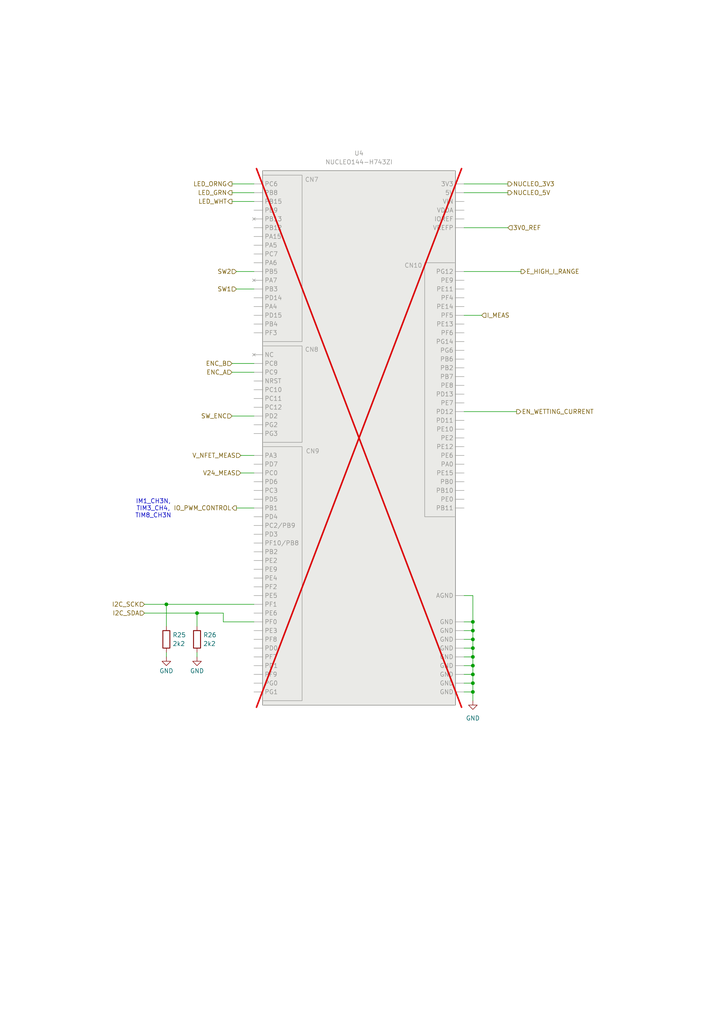
<source format=kicad_sch>
(kicad_sch (version 20231120) (generator "eeschema") (generator_version "8.0")
  (paper "A4" portrait)
  (lib_symbols
    (symbol "PCM_Resistor_AKL:R_0603" (pin_numbers hide) (pin_names (offset 0))
      (property "Reference" "R" (at 2.54 1.27 0))
      (property "Value" "R_0603" (at 2.54 -1.27 0))
      (symbol "R_0603_0_1"
        (rectangle (start -1.016 2.54) (end 1.016 -2.54) (stroke (width 0.254)))
      )
      (symbol "R_0603_0_2"
        (polyline (pts (xy -2.54 -2.54) (xy -1.524 -1.524)))
        (polyline (pts (xy 1.524 1.524) (xy 2.54 2.54)))
        (polyline (pts (xy 1.524 1.524) (xy 0.889 2.159) (xy -2.159 -0.889) (xy -0.889 -2.159) (xy 2.159 0.889) (xy 1.524 1.524)) (stroke (width 0.254)))
      )
      (symbol "R_0603_1_1"
        (pin passive line (at 0 3.81 270) (length 1.27) (name "~") (number "1"))
        (pin passive line (at 0 -3.81 90) (length 1.27) (name "~") (number "2"))
      )
      (symbol "R_0603_1_2"
        (pin passive line (at 2.54 2.54 180) (length 0) (name "") (number "1"))
        (pin passive line (at -2.54 -2.54 0) (length 0) (name "") (number "2"))
      )
    )
    (symbol "athanniss-lib:NUCLEO144-H743ZI" (pin_numbers hide)
      (property "Reference" "U" (at -27.94 80.772 0))
      (property "Value" "NUCLEO144-H743ZI" (at -9.906 78.74 0))
      (symbol "NUCLEO144-H743ZI_0_0"
        (pin power_in line (at 29.21 66.04 180) (length 2.54) (name "VDDA") (number "CN10_1"))
        (pin bidirectional line (at 29.21 33.02 180) (length 2.54) (name "PE13") (number "CN10_10"))
        (pin bidirectional line (at 29.21 30.48 180) (length 2.54) (name "PF6") (number "CN10_11"))
        (pin bidirectional line (at 29.21 27.94 180) (length 2.54) (name "PG14") (number "CN10_12"))
        (pin bidirectional line (at 29.21 25.4 180) (length 2.54) (name "PG6") (number "CN10_13"))
        (pin bidirectional line (at 29.21 22.86 180) (length 2.54) (name "PB6") (number "CN10_14"))
        (pin bidirectional line (at 29.21 20.32 180) (length 2.54) (name "РВ2") (number "CN10_15"))
        (pin bidirectional line (at 29.21 17.78 180) (length 2.54) (name "РВ7") (number "CN10_16"))
        (pin power_in line (at 29.21 -53.34 180) (length 2.54) (name "GND") (number "CN10_17"))
        (pin bidirectional line (at 29.21 15.24 180) (length 2.54) (name "PE8") (number "CN10_18"))
        (pin bidirectional line (at 29.21 12.7 180) (length 2.54) (name "PD13") (number "CN10_19"))
        (pin bidirectional line (at 29.21 48.26 180) (length 2.54) (name "PG12") (number "CN10_2"))
        (pin bidirectional line (at 29.21 10.16 180) (length 2.54) (name "PE7") (number "CN10_20"))
        (pin bidirectional line (at 29.21 7.62 180) (length 2.54) (name "PD12") (number "CN10_21"))
        (pin power_in line (at 29.21 -55.88 180) (length 2.54) (name "GND") (number "CN10_22"))
        (pin bidirectional line (at 29.21 5.08 180) (length 2.54) (name "PD11") (number "CN10_23"))
        (pin bidirectional line (at 29.21 2.54 180) (length 2.54) (name "PE10") (number "CN10_24"))
        (pin bidirectional line (at 29.21 0 180) (length 2.54) (name "РЕ2") (number "CN10_25"))
        (pin bidirectional line (at 29.21 -2.54 180) (length 2.54) (name "РЕ12") (number "CN10_26"))
        (pin power_in line (at 29.21 -58.42 180) (length 2.54) (name "GND") (number "CN10_27"))
        (pin bidirectional line (at 29.21 -5.08 180) (length 2.54) (name "PE6") (number "CN10_28"))
        (pin bidirectional line (at 29.21 -7.62 180) (length 2.54) (name "РА0") (number "CN10_29"))
        (pin power_in line (at 29.21 -45.72 180) (length 2.54) (name "AGND") (number "CN10_3"))
        (pin bidirectional line (at 29.21 -10.16 180) (length 2.54) (name "PE15") (number "CN10_30"))
        (pin bidirectional line (at 29.21 -12.7 180) (length 2.54) (name "РВ0") (number "CN10_31"))
        (pin bidirectional line (at 29.21 -15.24 180) (length 2.54) (name "PB10") (number "CN10_32"))
        (pin bidirectional line (at 29.21 -17.78 180) (length 2.54) (name "РЕ0") (number "CN10_33"))
        (pin bidirectional line (at 29.21 -20.32 180) (length 2.54) (name "PB11") (number "CN10_34"))
        (pin bidirectional line (at 29.21 45.72 180) (length 2.54) (name "PE9") (number "CN10_4"))
        (pin power_in line (at 29.21 -60.96 180) (length 2.54) (name "GND") (number "CN10_5"))
        (pin bidirectional line (at 29.21 43.18 180) (length 2.54) (name "РЕ11") (number "CN10_6"))
        (pin bidirectional line (at 29.21 40.64 180) (length 2.54) (name "PF4") (number "CN10_7"))
        (pin bidirectional line (at 29.21 38.1 180) (length 2.54) (name "PE14") (number "CN10_8"))
        (pin bidirectional line (at 29.21 35.56 180) (length 2.54) (name "PF5") (number "CN10_9"))
        (pin bidirectional line (at -31.75 73.66 0) (length 2.54) (name "PC6") (number "CN7_1"))
        (pin bidirectional line (at -31.75 55.88 0) (length 2.54) (name "PA5") (number "CN7_10"))
        (pin bidirectional line (at -31.75 53.34 0) (length 2.54) (name "PC7") (number "CN7_11"))
        (pin bidirectional line (at -31.75 50.8 0) (length 2.54) (name "PA6") (number "CN7_12"))
        (pin bidirectional line (at -31.75 48.26 0) (length 2.54) (name "PB5") (number "CN7_13"))
        (pin no_connect line (at -31.75 45.72 0) (length 2.54) (name "PA7") (number "CN7_14"))
        (pin bidirectional line (at -31.75 43.18 0) (length 2.54) (name "PB3") (number "CN7_15"))
        (pin bidirectional line (at -31.75 40.64 0) (length 2.54) (name "PD14") (number "CN7_16"))
        (pin bidirectional line (at -31.75 38.1 0) (length 2.54) (name "PA4") (number "CN7_17"))
        (pin bidirectional line (at -31.75 35.56 0) (length 2.54) (name "PD15") (number "CN7_18"))
        (pin bidirectional line (at -31.75 33.02 0) (length 2.54) (name "PB4") (number "CN7_19"))
        (pin bidirectional line (at -31.75 71.12 0) (length 2.54) (name "PB8") (number "CN7_2"))
        (pin bidirectional line (at -31.75 30.48 0) (length 2.54) (name "PF3") (number "CN7_20"))
        (pin bidirectional line (at -31.75 68.58 0) (length 2.54) (name "PB15") (number "CN7_3"))
        (pin bidirectional line (at -31.75 66.04 0) (length 2.54) (name "PB9") (number "CN7_4"))
        (pin no_connect line (at -31.75 63.5 0) (length 2.54) (name "PB13") (number "CN7_5"))
        (pin power_in line (at 29.21 60.96 180) (length 2.54) (name "VREFP") (number "CN7_6"))
        (pin bidirectional line (at -31.75 60.96 0) (length 2.54) (name "PB12") (number "CN7_7"))
        (pin power_in line (at 29.21 -68.58 180) (length 2.54) (name "GND") (number "CN7_8"))
        (pin bidirectional line (at -31.75 58.42 0) (length 2.54) (name "PA15") (number "CN7_9"))
        (pin no_connect line (at -31.75 24.13 0) (length 2.54) (name "NC") (number "CN8_1"))
        (pin bidirectional line (at -31.75 8.89 0) (length 2.54) (name "PC12") (number "CN8_10"))
        (pin power_in line (at 29.21 -71.12 180) (length 2.54) (name "GND") (number "CN8_11"))
        (pin bidirectional line (at -31.75 6.35 0) (length 2.54) (name "PD2") (number "CN8_12"))
        (pin power_in line (at 29.21 -73.66 180) (length 2.54) (name "GND") (number "CN8_13"))
        (pin bidirectional line (at -31.75 3.81 0) (length 2.54) (name "PG2") (number "CN8_14"))
        (pin power_in line (at 29.21 68.58 180) (length 2.54) (name "VIN") (number "CN8_15"))
        (pin bidirectional line (at -31.75 1.27 0) (length 2.54) (name "PG3") (number "CN8_16"))
        (pin bidirectional line (at -31.75 21.59 0) (length 2.54) (name "PC8") (number "CN8_2"))
        (pin power_in line (at 29.21 63.5 180) (length 2.54) (name "IOREF") (number "CN8_3"))
        (pin bidirectional line (at -31.75 19.05 0) (length 2.54) (name "PC9") (number "CN8_4"))
        (pin input line (at -31.75 16.51 0) (length 2.54) (name "NRST") (number "CN8_5"))
        (pin power_in line (at 29.21 73.66 180) (length 2.54) (name "3V3") (number "CN8_7"))
        (pin bidirectional line (at -31.75 11.43 0) (length 2.54) (name "PC11") (number "CN8_8"))
        (pin power_out line (at 29.21 71.12 180) (length 2.54) (name "5V") (number "CN8_9"))
        (pin bidirectional line (at -31.75 -5.08 0) (length 2.54) (name "РАЗ") (number "CN9_1"))
        (pin bidirectional line (at -31.75 -27.94 0) (length 2.54) (name "PD3") (number "CN9_10"))
        (pin bidirectional line (at -31.75 -30.48 0) (length 2.54) (name "PF10/РВ8") (number "CN9_11"))
        (pin power_in line (at 29.21 -63.5 180) (length 2.54) (name "GND") (number "CN9_12"))
        (pin bidirectional line (at -31.75 -33.02 0) (length 2.54) (name "РВ2") (number "CN9_13"))
        (pin bidirectional line (at -31.75 -35.56 0) (length 2.54) (name "PE2") (number "CN9_14"))
        (pin bidirectional line (at -31.75 -38.1 0) (length 2.54) (name "РЕ9") (number "CN9_15"))
        (pin bidirectional line (at -31.75 -40.64 0) (length 2.54) (name "РЕ4") (number "CN9_16"))
        (pin bidirectional line (at -31.75 -43.18 0) (length 2.54) (name "PF2") (number "CN9_17"))
        (pin bidirectional line (at -31.75 -45.72 0) (length 2.54) (name "РЕ5") (number "CN9_18"))
        (pin bidirectional line (at -31.75 -48.26 0) (length 2.54) (name "PF1") (number "CN9_19"))
        (pin bidirectional line (at -31.75 -7.62 0) (length 2.54) (name "PD7") (number "CN9_2"))
        (pin bidirectional line (at -31.75 -50.8 0) (length 2.54) (name "PE6") (number "CN9_20"))
        (pin bidirectional line (at -31.75 -53.34 0) (length 2.54) (name "PF0") (number "CN9_21"))
        (pin bidirectional line (at -31.75 -55.88 0) (length 2.54) (name "РЕЗ") (number "CN9_22"))
        (pin power_in line (at 29.21 -66.04 180) (length 2.54) (name "GND") (number "CN9_23"))
        (pin bidirectional line (at -31.75 -58.42 0) (length 2.54) (name "PF8") (number "CN9_24"))
        (pin bidirectional line (at -31.75 -60.96 0) (length 2.54) (name "PD0") (number "CN9_25"))
        (pin bidirectional line (at -31.75 -63.5 0) (length 2.54) (name "PF7") (number "CN9_26"))
        (pin bidirectional line (at -31.75 -66.04 0) (length 2.54) (name "PD1") (number "CN9_27"))
        (pin bidirectional line (at -31.75 -68.58 0) (length 2.54) (name "PF9") (number "CN9_28"))
        (pin bidirectional line (at -31.75 -71.12 0) (length 2.54) (name "PG0") (number "CN9_29"))
        (pin bidirectional line (at -31.75 -10.16 0) (length 2.54) (name "PC0") (number "CN9_3"))
        (pin bidirectional line (at -31.75 -73.66 0) (length 2.54) (name "PG1") (number "CN9_30"))
        (pin bidirectional line (at -31.75 -12.7 0) (length 2.54) (name "PD6") (number "CN9_4"))
        (pin bidirectional line (at -31.75 -15.24 0) (length 2.54) (name "РСЗ") (number "CN9_5"))
        (pin bidirectional line (at -31.75 -17.78 0) (length 2.54) (name "PD5") (number "CN9_6"))
        (pin bidirectional line (at -31.75 -20.32 0) (length 2.54) (name "РВ1") (number "CN9_7"))
        (pin bidirectional line (at -31.75 -22.86 0) (length 2.54) (name "PD4") (number "CN9_8"))
        (pin bidirectional line (at -31.75 -25.4 0) (length 2.54) (name "РС2/РВ9") (number "CN9_9"))
      )
      (symbol "NUCLEO144-H743ZI_0_1"
        (rectangle (start -29.21 77.47) (end 26.67 -77.47) (stroke (width 0.254)) (fill (type background)))
        (polyline (pts (xy -29.21 26.67) (xy -17.78 26.67) (xy -17.78 -1.27) (xy -29.21 -1.27)))
        (polyline (pts (xy -29.21 76.2) (xy -17.78 76.2) (xy -17.78 27.94) (xy -29.21 27.94)))
        (polyline (pts (xy 26.67 50.8) (xy 17.78 50.8) (xy 17.78 -22.86) (xy 26.67 -22.86)))
        (polyline (pts (xy -29.21 -2.54) (xy -22.86 -2.54) (xy -17.78 -2.54) (xy -17.78 -76.2) (xy -29.21 -76.2)))
      )
      (symbol "NUCLEO144-H743ZI_1_0"
        (pin bidirectional line (at -31.75 13.97 0) (length 2.54) (name "PC10") (number "CN8_6"))
      )
      (symbol "NUCLEO144-H743ZI_1_1"
        (text "CN10" (at 14.478 50.038 0) (effects (font (size 1.27 1.27))))
        (text "CN7" (at -14.986 74.93 0) (effects (font (size 1.27 1.27))))
        (text "CN8" (at -14.986 25.654 0) (effects (font (size 1.27 1.27))))
        (text "CN9" (at -14.732 -3.81 0) (effects (font (size 1.27 1.27))))
      )
    )
    (symbol "power:GND" (power) (pin_numbers hide) (pin_names (offset 0) hide)
      (property "Value" "GND" (at 0 -3.81 0))
      (symbol "GND_0_1"
        (polyline (pts (xy 0 0) (xy 0 -1.27) (xy 1.27 -1.27) (xy 0 -2.54) (xy -1.27 -1.27) (xy 0 -1.27)))
      )
      (symbol "GND_1_1"
        (pin power_in line (at 0 0 270) (length 0) (name "~") (number "1"))
      )
    )
  )
  (junction (at 137.16 182.88))
  (junction (at 137.16 193.04))
  (junction (at 137.16 198.12))
  (junction (at 137.16 195.58))
  (junction (at 137.16 180.34))
  (junction (at 137.16 185.42))
  (junction (at 57.15 177.8))
  (junction (at 48.26 175.26))
  (junction (at 137.16 200.66))
  (junction (at 137.16 187.96))
  (junction (at 137.16 190.5))
  (wire (pts (xy 134.62 200.66) (xy 137.16 200.66)))
  (wire (pts (xy 68.58 83.82) (xy 73.66 83.82)))
  (wire (pts (xy 67.31 107.95) (xy 73.66 107.95)))
  (wire (pts (xy 134.62 172.72) (xy 137.16 172.72)))
  (wire (pts (xy 134.62 185.42) (xy 137.16 185.42)))
  (wire (pts (xy 134.62 119.38) (xy 149.86 119.38)))
  (wire (pts (xy 64.77 180.34) (xy 73.66 180.34)))
  (wire (pts (xy 57.15 189.23) (xy 57.15 190.5)))
  (wire (pts (xy 48.26 175.26) (xy 48.26 181.61)))
  (wire (pts (xy 41.91 175.26) (xy 48.26 175.26)))
  (wire (pts (xy 134.62 182.88) (xy 137.16 182.88)))
  (wire (pts (xy 134.62 198.12) (xy 137.16 198.12)))
  (wire (pts (xy 57.15 177.8) (xy 57.15 181.61)))
  (wire (pts (xy 134.62 91.44) (xy 139.7 91.44)))
  (wire (pts (xy 134.62 193.04) (xy 137.16 193.04)))
  (wire (pts (xy 134.62 53.34) (xy 147.32 53.34)))
  (wire (pts (xy 67.31 120.65) (xy 73.66 120.65)))
  (wire (pts (xy 41.91 177.8) (xy 57.15 177.8)))
  (wire (pts (xy 134.62 190.5) (xy 137.16 190.5)))
  (wire (pts (xy 134.62 55.88) (xy 147.32 55.88)))
  (wire (pts (xy 137.16 200.66) (xy 137.16 203.2)))
  (wire (pts (xy 137.16 195.58) (xy 137.16 198.12)))
  (wire (pts (xy 137.16 185.42) (xy 137.16 187.96)))
  (wire (pts (xy 134.62 180.34) (xy 137.16 180.34)))
  (wire (pts (xy 134.62 187.96) (xy 137.16 187.96)))
  (wire (pts (xy 48.26 189.23) (xy 48.26 190.5)))
  (wire (pts (xy 137.16 182.88) (xy 137.16 185.42)))
  (wire (pts (xy 48.26 175.26) (xy 73.66 175.26)))
  (wire (pts (xy 68.58 147.32) (xy 73.66 147.32)))
  (wire (pts (xy 137.16 172.72) (xy 137.16 180.34)))
  (wire (pts (xy 68.58 78.74) (xy 73.66 78.74)))
  (wire (pts (xy 134.62 66.04) (xy 147.32 66.04)))
  (wire (pts (xy 67.31 105.41) (xy 73.66 105.41)))
  (wire (pts (xy 137.16 193.04) (xy 137.16 195.58)))
  (wire (pts (xy 137.16 198.12) (xy 137.16 200.66)))
  (wire (pts (xy 57.15 177.8) (xy 64.77 177.8)))
  (wire (pts (xy 67.31 53.34) (xy 73.66 53.34)))
  (wire (pts (xy 64.77 177.8) (xy 64.77 180.34)))
  (wire (pts (xy 67.31 58.42) (xy 73.66 58.42)))
  (wire (pts (xy 137.16 187.96) (xy 137.16 190.5)))
  (wire (pts (xy 137.16 190.5) (xy 137.16 193.04)))
  (wire (pts (xy 134.62 78.74) (xy 151.13 78.74)))
  (wire (pts (xy 137.16 180.34) (xy 137.16 182.88)))
  (wire (pts (xy 69.85 137.16) (xy 73.66 137.16)))
  (wire (pts (xy 67.31 55.88) (xy 73.66 55.88)))
  (wire (pts (xy 69.85 132.08) (xy 73.66 132.08)))
  (wire (pts (xy 134.62 195.58) (xy 137.16 195.58)))
  (text "IM1_CH3N,\nTIM3_CH4,\nTIM8_CH3N" (at 44.45 147.574 0) (effects (font (size 1.27 1.27))))
  (hierarchical_label "I2C_SCK" (shape input) (at 41.91 175.26 180))
  (hierarchical_label "LED_GRN" (shape output) (at 67.31 55.88 180))
  (hierarchical_label "E_HIGH_I_RANGE" (shape output) (at 151.13 78.74 0))
  (hierarchical_label "IO_PWM_CONTROL" (shape output) (at 68.58 147.32 180))
  (hierarchical_label "SW1" (shape input) (at 68.58 83.82 180))
  (hierarchical_label "NUCLEO_3V3" (shape output) (at 147.32 53.34 0))
  (hierarchical_label "ENC_A" (shape input) (at 67.31 107.95 180))
  (hierarchical_label "LED_ORNG" (shape output) (at 67.31 53.34 180))
  (hierarchical_label "I2C_SDA" (shape input) (at 41.91 177.8 180))
  (hierarchical_label "LED_WHT" (shape output) (at 67.31 58.42 180))
  (hierarchical_label "V_NFET_MEAS" (shape input) (at 69.85 132.08 180))
  (hierarchical_label "I_MEAS" (shape input) (at 139.7 91.44 0))
  (hierarchical_label "SW_ENC" (shape input) (at 67.31 120.65 180))
  (hierarchical_label "SW2" (shape input) (at 68.58 78.74 180))
  (hierarchical_label "NUCLEO_5V" (shape output) (at 147.32 55.88 0))
  (hierarchical_label "ENC_B" (shape input) (at 67.31 105.41 180))
  (hierarchical_label "EN_WETTING_CURRENT" (shape output) (at 149.86 119.38 0))
  (hierarchical_label "V24_MEAS" (shape input) (at 69.85 137.16 180))
  (hierarchical_label "3V0_REF" (shape input) (at 147.32 66.04 0))
  (symbol (lib_id "power:GND") (at 48.26 190.5 0) (unit 1)
    (property "Reference" "#PWR031" (effects (hide yes)))
    (property "Value" "GND" (at 48.26 194.564 0))
    (property "Description" "Power symbol creates a global label with name \"GND\" , ground" (effects (hide yes)))
  )
  (symbol (lib_id "athanniss-lib:NUCLEO144-H743ZI") (at 105.41 127 0) (unit 1) (dnp yes)
    (property "Reference" "U4" (at 104.14 44.45 0))
    (property "Value" "NUCLEO144-H743ZI" (at 104.14 46.99 0))
    (property "Footprint" "athaniss-device:ST_Zio_Only_Connectors_144_STLink" (effects (hide yes)))
    (property "Datasheet" "https://www.st.com/resource/en/user_manual/dm00244518-stm32-nucleo144-boards-stmicroelectronics.pdf" (effects (hide yes)))
    (property "Description" "Nucleo 144 Development Board with STM32H743ZIT6 MCU, 1024kB RAM, 2Mb FLASH" (effects (hide yes)))
  )
  (symbol (lib_id "PCM_Resistor_AKL:R_0603") (at 48.26 185.42 0) (unit 1)
    (property "Reference" "R25" (at 50.038 184.15 0) (effects (justify left)))
    (property "Value" "2k2" (at 50.038 186.69 0) (effects (justify left)))
    (property "Footprint" "PCM_Resistor_SMD_AKL:R_0603_1608Metric" (effects (hide yes)))
    (property "Description" "SMD 0603 Chip Resistor, European Symbol, Alternate KiCad Library" (effects (hide yes)))
  )
  (symbol (lib_id "power:GND") (at 137.16 203.2 0) (unit 1)
    (property "Reference" "#PWR033" (effects (hide yes)))
    (property "Value" "GND" (at 137.16 208.28 0))
    (property "Description" "Power symbol creates a global label with name \"GND\" , ground" (effects (hide yes)))
  )
  (symbol (lib_id "power:GND") (at 57.15 190.5 0) (unit 1)
    (property "Reference" "#PWR032" (effects (hide yes)))
    (property "Value" "GND" (at 57.15 194.564 0))
    (property "Description" "Power symbol creates a global label with name \"GND\" , ground" (effects (hide yes)))
  )
  (symbol (lib_id "PCM_Resistor_AKL:R_0603") (at 57.15 185.42 0) (unit 1)
    (property "Reference" "R26" (at 58.928 184.15 0) (effects (justify left)))
    (property "Value" "2k2" (at 58.928 186.69 0) (effects (justify left)))
    (property "Footprint" "PCM_Resistor_SMD_AKL:R_0603_1608Metric" (effects (hide yes)))
    (property "Description" "SMD 0603 Chip Resistor, European Symbol, Alternate KiCad Library" (effects (hide yes)))
  )
)
</source>
